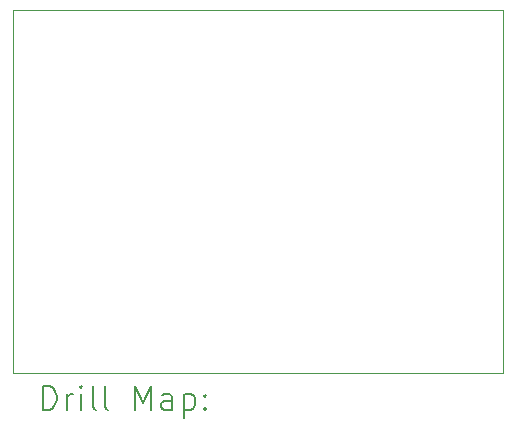
<source format=gbr>
%TF.GenerationSoftware,KiCad,Pcbnew,8.0.4*%
%TF.CreationDate,2025-01-10T16:33:53-05:00*%
%TF.ProjectId,X17-Data-Conversion,5831372d-4461-4746-912d-436f6e766572,rev?*%
%TF.SameCoordinates,Original*%
%TF.FileFunction,Drillmap*%
%TF.FilePolarity,Positive*%
%FSLAX45Y45*%
G04 Gerber Fmt 4.5, Leading zero omitted, Abs format (unit mm)*
G04 Created by KiCad (PCBNEW 8.0.4) date 2025-01-10 16:33:53*
%MOMM*%
%LPD*%
G01*
G04 APERTURE LIST*
%ADD10C,0.050000*%
%ADD11C,0.200000*%
G04 APERTURE END LIST*
D10*
X14075000Y-6600000D02*
X18225000Y-6600000D01*
X18225000Y-9671000D01*
X14075000Y-9671000D01*
X14075000Y-6600000D01*
D11*
X14333277Y-9984984D02*
X14333277Y-9784984D01*
X14333277Y-9784984D02*
X14380896Y-9784984D01*
X14380896Y-9784984D02*
X14409467Y-9794508D01*
X14409467Y-9794508D02*
X14428515Y-9813555D01*
X14428515Y-9813555D02*
X14438039Y-9832603D01*
X14438039Y-9832603D02*
X14447562Y-9870698D01*
X14447562Y-9870698D02*
X14447562Y-9899270D01*
X14447562Y-9899270D02*
X14438039Y-9937365D01*
X14438039Y-9937365D02*
X14428515Y-9956412D01*
X14428515Y-9956412D02*
X14409467Y-9975460D01*
X14409467Y-9975460D02*
X14380896Y-9984984D01*
X14380896Y-9984984D02*
X14333277Y-9984984D01*
X14533277Y-9984984D02*
X14533277Y-9851650D01*
X14533277Y-9889746D02*
X14542801Y-9870698D01*
X14542801Y-9870698D02*
X14552324Y-9861174D01*
X14552324Y-9861174D02*
X14571372Y-9851650D01*
X14571372Y-9851650D02*
X14590420Y-9851650D01*
X14657086Y-9984984D02*
X14657086Y-9851650D01*
X14657086Y-9784984D02*
X14647562Y-9794508D01*
X14647562Y-9794508D02*
X14657086Y-9804031D01*
X14657086Y-9804031D02*
X14666610Y-9794508D01*
X14666610Y-9794508D02*
X14657086Y-9784984D01*
X14657086Y-9784984D02*
X14657086Y-9804031D01*
X14780896Y-9984984D02*
X14761848Y-9975460D01*
X14761848Y-9975460D02*
X14752324Y-9956412D01*
X14752324Y-9956412D02*
X14752324Y-9784984D01*
X14885658Y-9984984D02*
X14866610Y-9975460D01*
X14866610Y-9975460D02*
X14857086Y-9956412D01*
X14857086Y-9956412D02*
X14857086Y-9784984D01*
X15114229Y-9984984D02*
X15114229Y-9784984D01*
X15114229Y-9784984D02*
X15180896Y-9927841D01*
X15180896Y-9927841D02*
X15247562Y-9784984D01*
X15247562Y-9784984D02*
X15247562Y-9984984D01*
X15428515Y-9984984D02*
X15428515Y-9880222D01*
X15428515Y-9880222D02*
X15418991Y-9861174D01*
X15418991Y-9861174D02*
X15399943Y-9851650D01*
X15399943Y-9851650D02*
X15361848Y-9851650D01*
X15361848Y-9851650D02*
X15342801Y-9861174D01*
X15428515Y-9975460D02*
X15409467Y-9984984D01*
X15409467Y-9984984D02*
X15361848Y-9984984D01*
X15361848Y-9984984D02*
X15342801Y-9975460D01*
X15342801Y-9975460D02*
X15333277Y-9956412D01*
X15333277Y-9956412D02*
X15333277Y-9937365D01*
X15333277Y-9937365D02*
X15342801Y-9918317D01*
X15342801Y-9918317D02*
X15361848Y-9908793D01*
X15361848Y-9908793D02*
X15409467Y-9908793D01*
X15409467Y-9908793D02*
X15428515Y-9899270D01*
X15523753Y-9851650D02*
X15523753Y-10051650D01*
X15523753Y-9861174D02*
X15542801Y-9851650D01*
X15542801Y-9851650D02*
X15580896Y-9851650D01*
X15580896Y-9851650D02*
X15599943Y-9861174D01*
X15599943Y-9861174D02*
X15609467Y-9870698D01*
X15609467Y-9870698D02*
X15618991Y-9889746D01*
X15618991Y-9889746D02*
X15618991Y-9946889D01*
X15618991Y-9946889D02*
X15609467Y-9965936D01*
X15609467Y-9965936D02*
X15599943Y-9975460D01*
X15599943Y-9975460D02*
X15580896Y-9984984D01*
X15580896Y-9984984D02*
X15542801Y-9984984D01*
X15542801Y-9984984D02*
X15523753Y-9975460D01*
X15704705Y-9965936D02*
X15714229Y-9975460D01*
X15714229Y-9975460D02*
X15704705Y-9984984D01*
X15704705Y-9984984D02*
X15695182Y-9975460D01*
X15695182Y-9975460D02*
X15704705Y-9965936D01*
X15704705Y-9965936D02*
X15704705Y-9984984D01*
X15704705Y-9861174D02*
X15714229Y-9870698D01*
X15714229Y-9870698D02*
X15704705Y-9880222D01*
X15704705Y-9880222D02*
X15695182Y-9870698D01*
X15695182Y-9870698D02*
X15704705Y-9861174D01*
X15704705Y-9861174D02*
X15704705Y-9880222D01*
M02*

</source>
